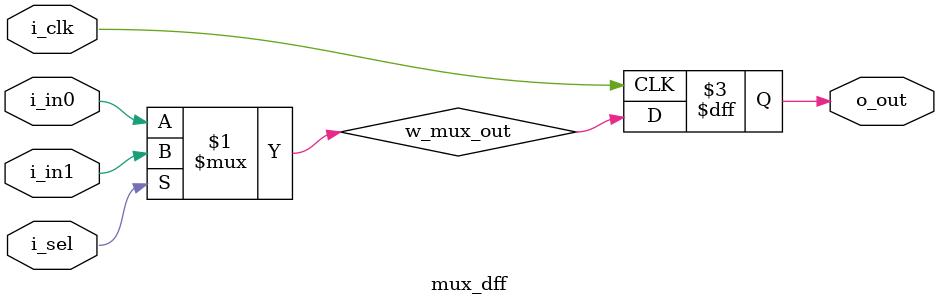
<source format=v>

module shift_register 
#(
	parameter BW_DATA = 8
)
(
	output					o_Sout,
	output	[BW_DATA-1:0]	o_Qout,
	input	[BW_DATA-1:0] 	i_D,
	input					i_Load,
	input					i_Sin,
	input					i_Clk
);

	mux_dff
	u_mux_dff_Inital(
	.o_out				(o_Qout[0]			),
	.i_in0				(i_Sin				),
	.i_in1				(i_D[0]				),
	.i_sel				(i_Load				),
	.i_clk				(i_Clk				)
	);


 	genvar i;	
	generate
		for (i=0; i<BW_DATA-1; i=i+1) begin
			mux_dff
			u_mux_dff(
			.o_out				(o_Qout[i+1]		),
			.i_in0				(o_Qout[i]			),
			.i_in1				(i_D[i+1]			),
			.i_sel				(i_Load				),
			.i_clk				(i_Clk				)
			);
		end
	endgenerate


	mux_dff
	u_mux_dff_Final(
	.o_out				(o_Qout[BW_DATA-1]			),
	.i_in0				(o_Qout[BW_DATA-2]			),
	.i_in1				(i_D[BW_DATA-1]				),
	.i_sel				(i_Load						),
	.i_clk				(i_Clk						)
	);

	assign o_Sout = o_Qout[BW_DATA-1];
	
endmodule



module mux_dff
(
	output	reg	o_out,
	input		i_in0,
	input		i_in1,
	input		i_sel,
	input		i_clk
);
	
	wire	w_mux_out;
	
	assign	w_mux_out = i_sel ? i_in1 : i_in0;

	always @ (posedge i_clk) begin
		o_out = w_mux_out;
	end

endmodule

</source>
